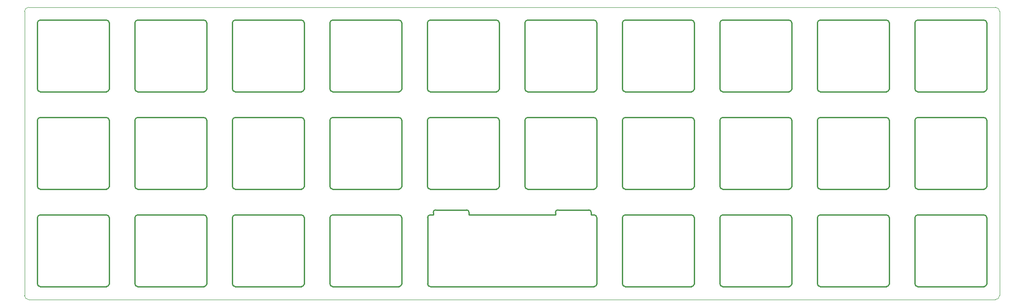
<source format=gbr>
G04 #@! TF.GenerationSoftware,KiCad,Pcbnew,(5.1.4)-1*
G04 #@! TF.CreationDate,2020-11-05T19:12:25-08:00*
G04 #@! TF.ProjectId,plate,706c6174-652e-46b6-9963-61645f706362,rev?*
G04 #@! TF.SameCoordinates,Original*
G04 #@! TF.FileFunction,Profile,NP*
%FSLAX46Y46*%
G04 Gerber Fmt 4.6, Leading zero omitted, Abs format (unit mm)*
G04 Created by KiCad (PCBNEW (5.1.4)-1) date 2020-11-05 19:12:25*
%MOMM*%
%LPD*%
G04 APERTURE LIST*
%ADD10C,0.250000*%
%ADD11C,0.050000*%
G04 APERTURE END LIST*
D10*
X111275000Y-16500000D02*
X111275000Y-29500000D01*
X130325000Y-16500000D02*
G75*
G02X130825000Y-16000000I500000J0D01*
G01*
X144325000Y-29500000D02*
G75*
G02X143825000Y-30000000I-500000J0D01*
G01*
X105725000Y-16000000D02*
X92725000Y-16000000D01*
X92225000Y-16500000D02*
G75*
G02X92725000Y-16000000I500000J0D01*
G01*
X87175000Y-29500000D02*
X87175000Y-16500000D01*
X125274999Y-29500000D02*
X125274999Y-16500000D01*
X73175000Y-16500000D02*
X73175000Y-29500000D01*
X149875000Y-30000000D02*
G75*
G02X149375000Y-29500000I0J500000D01*
G01*
X130325000Y-16500000D02*
X130325000Y-29500000D01*
X143825000Y-16000000D02*
X130825000Y-16000000D01*
X130825000Y-30000000D02*
G75*
G02X130325000Y-29500000I0J500000D01*
G01*
X92725000Y-30000000D02*
G75*
G02X92225000Y-29500000I0J500000D01*
G01*
X144325000Y-29500000D02*
X144325000Y-16500000D01*
X124774999Y-16000000D02*
G75*
G02X125274999Y-16500000I0J-500000D01*
G01*
X111275000Y-16500000D02*
G75*
G02X111775000Y-16000000I500000J0D01*
G01*
X106225000Y-29500000D02*
G75*
G02X105725000Y-30000000I-500000J0D01*
G01*
X130825000Y-30000000D02*
X143825000Y-30000000D01*
X124774999Y-16000000D02*
X111775000Y-16000000D01*
X125274999Y-29500000D02*
G75*
G02X124774999Y-30000000I-500000J0D01*
G01*
X111775000Y-30000000D02*
G75*
G02X111275000Y-29500000I0J500000D01*
G01*
X92725000Y-30000000D02*
X105725000Y-30000000D01*
X105725000Y-16000000D02*
G75*
G02X106225000Y-16500000I0J-500000D01*
G01*
X111775000Y-30000000D02*
X124774999Y-30000000D01*
X106225000Y-29500000D02*
X106225000Y-16500000D01*
X162875000Y-16000000D02*
G75*
G02X163375000Y-16500000I0J-500000D01*
G01*
X163375000Y-29500000D02*
G75*
G02X162875000Y-30000000I-500000J0D01*
G01*
X92225000Y-16500000D02*
X92225000Y-29500000D01*
X143825000Y-16000000D02*
G75*
G02X144325000Y-16500000I0J-500000D01*
G01*
X30025000Y-67600000D02*
G75*
G02X29525000Y-68100000I-500000J0D01*
G01*
X168425000Y-35550000D02*
X168425000Y-48550000D01*
X16525000Y-68100000D02*
X29525000Y-68100000D01*
X16025000Y-54600000D02*
G75*
G02X16525000Y-54100000I500000J0D01*
G01*
X200975000Y-35050000D02*
X187975000Y-35050000D01*
X200975000Y-35050000D02*
G75*
G02X201475000Y-35550000I0J-500000D01*
G01*
X181925000Y-35050000D02*
G75*
G02X182425000Y-35550000I0J-500000D01*
G01*
X16525000Y-68100000D02*
G75*
G02X16025000Y-67600000I0J500000D01*
G01*
X187975000Y-49050000D02*
X200975000Y-49050000D01*
X201475000Y-48550000D02*
G75*
G02X200975000Y-49050000I-500000J0D01*
G01*
X187475000Y-35550000D02*
X187475000Y-48550000D01*
X187475000Y-35550000D02*
G75*
G02X187975000Y-35050000I500000J0D01*
G01*
X201475000Y-48550000D02*
X201475000Y-35550000D01*
X168925000Y-49050000D02*
X181925000Y-49050000D01*
X168425000Y-35550000D02*
G75*
G02X168925000Y-35050000I500000J0D01*
G01*
X182425000Y-48550000D02*
X182425000Y-35550000D01*
X29525000Y-54100000D02*
X16525000Y-54100000D01*
X187975000Y-49050000D02*
G75*
G02X187475000Y-48550000I0J500000D01*
G01*
X181925000Y-35050000D02*
X168925000Y-35050000D01*
X29525000Y-54100000D02*
G75*
G02X30025000Y-54600000I0J-500000D01*
G01*
X163375000Y-67600000D02*
X163375000Y-54600000D01*
X149375000Y-54600000D02*
G75*
G02X149875000Y-54100000I500000J0D01*
G01*
X200975000Y-54100000D02*
X187975000Y-54100000D01*
X201475000Y-67600000D02*
G75*
G02X200975000Y-68100000I-500000J0D01*
G01*
X187475000Y-54600000D02*
X187475000Y-67600000D01*
X168425000Y-54600000D02*
X168425000Y-67600000D01*
X162875000Y-54100000D02*
G75*
G02X163375000Y-54600000I0J-500000D01*
G01*
X149875000Y-68100000D02*
G75*
G02X149375000Y-67600000I0J500000D01*
G01*
X168925000Y-68100000D02*
X181925000Y-68100000D01*
X181925000Y-54100000D02*
G75*
G02X182425000Y-54600000I0J-500000D01*
G01*
X168425000Y-54600000D02*
G75*
G02X168925000Y-54100000I500000J0D01*
G01*
X163375000Y-67600000D02*
G75*
G02X162875000Y-68100000I-500000J0D01*
G01*
X182425000Y-67600000D02*
G75*
G02X181925000Y-68100000I-500000J0D01*
G01*
X182425000Y-67600000D02*
X182425000Y-54600000D01*
X168925000Y-68100000D02*
G75*
G02X168425000Y-67600000I0J500000D01*
G01*
X149875000Y-68100000D02*
X162875000Y-68100000D01*
X162875000Y-54100000D02*
X149875000Y-54100000D01*
X187475000Y-54600000D02*
G75*
G02X187975000Y-54100000I500000J0D01*
G01*
X187975000Y-68100000D02*
G75*
G02X187475000Y-67600000I0J500000D01*
G01*
X144325000Y-67600000D02*
X144325000Y-54600000D01*
X201475000Y-67600000D02*
X201475000Y-54600000D01*
X187975000Y-68100000D02*
X200975000Y-68100000D01*
X200975000Y-54100000D02*
G75*
G02X201475000Y-54600000I0J-500000D01*
G01*
X181925000Y-54100000D02*
X168925000Y-54100000D01*
X149375000Y-54600000D02*
X149375000Y-67600000D01*
X130325000Y-54600000D02*
X130325000Y-67600000D01*
X93837000Y-68100000D02*
X99837000Y-68100000D01*
X117713000Y-68100000D02*
X123713000Y-68100000D01*
X99837000Y-53100000D02*
X93837000Y-53100000D01*
X117213000Y-53600000D02*
X117213000Y-54100000D01*
X99837000Y-68100000D02*
X102275000Y-68100000D01*
X92750001Y-68100000D02*
X93837000Y-68100000D01*
X130825000Y-68100000D02*
G75*
G02X130325000Y-67600000I0J500000D01*
G01*
X93337000Y-53600000D02*
G75*
G02X93837000Y-53100000I500000J0D01*
G01*
X93337000Y-53600000D02*
X93337000Y-54100000D01*
X100337000Y-54100000D02*
X100337000Y-53600000D01*
X99837000Y-53100000D02*
G75*
G02X100337000Y-53600000I0J-500000D01*
G01*
X143825000Y-54100000D02*
X130825000Y-54100000D01*
X130825000Y-68100000D02*
X143825000Y-68100000D01*
X123713000Y-53100000D02*
X117713000Y-53100000D01*
X111800000Y-54100000D02*
X105750000Y-54100000D01*
X130325000Y-54600000D02*
G75*
G02X130825000Y-54100000I500000J0D01*
G01*
X123713000Y-68100000D02*
X124800000Y-68100000D01*
X124213000Y-54100000D02*
X124213000Y-53600000D01*
X123713000Y-53100000D02*
G75*
G02X124213000Y-53600000I0J-500000D01*
G01*
X92250001Y-54600000D02*
X92250001Y-67600000D01*
X102275000Y-54100000D02*
X100337000Y-54100000D01*
X93337000Y-54100000D02*
X92750001Y-54100000D01*
X92750001Y-68100000D02*
G75*
G02X92250001Y-67600000I0J500000D01*
G01*
X92250001Y-54600000D02*
G75*
G02X92750001Y-54100000I500000J0D01*
G01*
X117213000Y-53600000D02*
G75*
G02X117713000Y-53100000I500000J0D01*
G01*
X105750000Y-68100000D02*
X111800000Y-68100000D01*
X102275000Y-68100000D02*
X105750000Y-68100000D01*
X125300000Y-67600000D02*
X125300000Y-54600000D01*
X115275000Y-68100000D02*
X117713000Y-68100000D01*
X105750000Y-54100000D02*
X102275000Y-54100000D01*
X143825000Y-54100000D02*
G75*
G02X144325000Y-54600000I0J-500000D01*
G01*
X144325000Y-67600000D02*
G75*
G02X143825000Y-68100000I-500000J0D01*
G01*
X48575000Y-54100000D02*
X35575000Y-54100000D01*
X35575000Y-68100000D02*
G75*
G02X35075000Y-67600000I0J500000D01*
G01*
X54625000Y-68100000D02*
G75*
G02X54125000Y-67600000I0J500000D01*
G01*
X35575000Y-68100000D02*
X48575000Y-68100000D01*
X86675000Y-54100000D02*
G75*
G02X87175000Y-54600000I0J-500000D01*
G01*
X54125000Y-54600000D02*
X54125000Y-67600000D01*
X68125000Y-67600000D02*
X68125000Y-54600000D01*
X67625000Y-54100000D02*
X54625000Y-54100000D01*
X16025000Y-54600000D02*
X16025000Y-67600000D01*
X48575000Y-54100000D02*
G75*
G02X49075000Y-54600000I0J-500000D01*
G01*
X67625000Y-54100000D02*
G75*
G02X68125000Y-54600000I0J-500000D01*
G01*
X54625000Y-68100000D02*
X67625000Y-68100000D01*
X30025000Y-67600000D02*
X30025000Y-54600000D01*
X49075000Y-67600000D02*
G75*
G02X48575000Y-68100000I-500000J0D01*
G01*
X54125000Y-54600000D02*
G75*
G02X54625000Y-54100000I500000J0D01*
G01*
X111800000Y-68100000D02*
X115275000Y-68100000D01*
X117213000Y-54100000D02*
X115275000Y-54100000D01*
X115275000Y-54100000D02*
X111800000Y-54100000D01*
X73675000Y-68100000D02*
X86675000Y-68100000D01*
X73675000Y-68100000D02*
G75*
G02X73175000Y-67600000I0J500000D01*
G01*
X87175000Y-67600000D02*
G75*
G02X86675000Y-68100000I-500000J0D01*
G01*
X124800000Y-54100000D02*
X124213000Y-54100000D01*
X125300000Y-67600000D02*
G75*
G02X124800000Y-68100000I-500000J0D01*
G01*
X49075000Y-67600000D02*
X49075000Y-54600000D01*
X35075000Y-54600000D02*
G75*
G02X35575000Y-54100000I500000J0D01*
G01*
X124800000Y-54100000D02*
G75*
G02X125300000Y-54600000I0J-500000D01*
G01*
X73175000Y-54600000D02*
X73175000Y-67600000D01*
X68125000Y-67600000D02*
G75*
G02X67625000Y-68100000I-500000J0D01*
G01*
X87175000Y-67600000D02*
X87175000Y-54600000D01*
X86675000Y-54100000D02*
X73675000Y-54100000D01*
X73175000Y-54600000D02*
G75*
G02X73675000Y-54100000I500000J0D01*
G01*
X35075000Y-54600000D02*
X35075000Y-67600000D01*
X49075000Y-48550000D02*
G75*
G02X48575000Y-49050000I-500000J0D01*
G01*
X73675000Y-49050000D02*
G75*
G02X73175000Y-48550000I0J500000D01*
G01*
X54625000Y-49050000D02*
X67625000Y-49050000D01*
X92725000Y-49050000D02*
G75*
G02X92225000Y-48550000I0J500000D01*
G01*
X73175000Y-35550000D02*
X73175000Y-48550000D01*
X86675000Y-35050000D02*
G75*
G02X87175000Y-35550000I0J-500000D01*
G01*
X54125000Y-35550000D02*
X54125000Y-48550000D01*
X73175000Y-35550000D02*
G75*
G02X73675000Y-35050000I500000J0D01*
G01*
X68125000Y-48550000D02*
X68125000Y-35550000D01*
X87175000Y-48550000D02*
X87175000Y-35550000D01*
X54125000Y-35550000D02*
G75*
G02X54625000Y-35050000I500000J0D01*
G01*
X48575000Y-35050000D02*
X35575000Y-35050000D01*
X48575000Y-35050000D02*
G75*
G02X49075000Y-35550000I0J-500000D01*
G01*
X35075000Y-35550000D02*
G75*
G02X35575000Y-35050000I500000J0D01*
G01*
X67625000Y-35050000D02*
X54625000Y-35050000D01*
X68125000Y-48550000D02*
G75*
G02X67625000Y-49050000I-500000J0D01*
G01*
X86675000Y-35050000D02*
X73675000Y-35050000D01*
X73675000Y-49050000D02*
X86675000Y-49050000D01*
X67625000Y-35050000D02*
G75*
G02X68125000Y-35550000I0J-500000D01*
G01*
X54625000Y-49050000D02*
G75*
G02X54125000Y-48550000I0J500000D01*
G01*
X35075000Y-35550000D02*
X35075000Y-48550000D01*
X35575000Y-49050000D02*
X48575000Y-49050000D01*
X35575000Y-49050000D02*
G75*
G02X35075000Y-48550000I0J500000D01*
G01*
X49075000Y-48550000D02*
X49075000Y-35550000D01*
X106225000Y-48550000D02*
G75*
G02X105725000Y-49050000I-500000J0D01*
G01*
X87175000Y-48550000D02*
G75*
G02X86675000Y-49050000I-500000J0D01*
G01*
X105725000Y-35050000D02*
X92725000Y-35050000D01*
X130825000Y-49050000D02*
X143825000Y-49050000D01*
X168925000Y-49050000D02*
G75*
G02X168425000Y-48550000I0J500000D01*
G01*
X124774999Y-35050000D02*
G75*
G02X125274999Y-35550000I0J-500000D01*
G01*
X163375000Y-48550000D02*
X163375000Y-35550000D01*
X163375000Y-48550000D02*
G75*
G02X162875000Y-49050000I-500000J0D01*
G01*
X143825000Y-35050000D02*
G75*
G02X144325000Y-35550000I0J-500000D01*
G01*
X105725000Y-35050000D02*
G75*
G02X106225000Y-35550000I0J-500000D01*
G01*
X130325000Y-35550000D02*
X130325000Y-48550000D01*
X144325000Y-48550000D02*
G75*
G02X143825000Y-49050000I-500000J0D01*
G01*
X144325000Y-48550000D02*
X144325000Y-35550000D01*
X125274999Y-48550000D02*
G75*
G02X124774999Y-49050000I-500000J0D01*
G01*
X125274999Y-48550000D02*
X125274999Y-35550000D01*
X92225000Y-35550000D02*
G75*
G02X92725000Y-35050000I500000J0D01*
G01*
X149875000Y-49050000D02*
G75*
G02X149375000Y-48550000I0J500000D01*
G01*
X143825000Y-35050000D02*
X130825000Y-35050000D01*
X92725000Y-49050000D02*
X105725000Y-49050000D01*
X130325000Y-35550000D02*
G75*
G02X130825000Y-35050000I500000J0D01*
G01*
X182425000Y-48550000D02*
G75*
G02X181925000Y-49050000I-500000J0D01*
G01*
X162875000Y-35050000D02*
X149875000Y-35050000D01*
X111275000Y-35550000D02*
G75*
G02X111775000Y-35050000I500000J0D01*
G01*
X149375000Y-35550000D02*
X149375000Y-48550000D01*
X111275000Y-35550000D02*
X111275000Y-48550000D01*
X149875000Y-49050000D02*
X162875000Y-49050000D01*
X149375000Y-35550000D02*
G75*
G02X149875000Y-35050000I500000J0D01*
G01*
X111775000Y-49050000D02*
G75*
G02X111275000Y-48550000I0J500000D01*
G01*
X162875000Y-35050000D02*
G75*
G02X163375000Y-35550000I0J-500000D01*
G01*
X124774999Y-35050000D02*
X111775000Y-35050000D01*
X106225000Y-48550000D02*
X106225000Y-35550000D01*
X111775000Y-49050000D02*
X124774999Y-49050000D01*
X130825000Y-49050000D02*
G75*
G02X130325000Y-48550000I0J500000D01*
G01*
X92225000Y-35550000D02*
X92225000Y-48550000D01*
X168925000Y-30000000D02*
G75*
G02X168425000Y-29500000I0J500000D01*
G01*
X149375000Y-16500000D02*
G75*
G02X149875000Y-16000000I500000J0D01*
G01*
X200975000Y-16000000D02*
X187975000Y-16000000D01*
X149375000Y-16500000D02*
X149375000Y-29500000D01*
X201475000Y-29500000D02*
G75*
G02X200975000Y-30000000I-500000J0D01*
G01*
X187975000Y-30000000D02*
G75*
G02X187475000Y-29500000I0J500000D01*
G01*
X200975000Y-16000000D02*
G75*
G02X201475000Y-16500000I0J-500000D01*
G01*
X181925000Y-16000000D02*
X168925000Y-16000000D01*
X201475000Y-29500000D02*
X201475000Y-16500000D01*
X162875000Y-16000000D02*
X149875000Y-16000000D01*
X168425000Y-16500000D02*
X168425000Y-29500000D01*
X182425000Y-29500000D02*
X182425000Y-16500000D01*
X149875000Y-30000000D02*
X162875000Y-30000000D01*
X29525000Y-35050000D02*
X16525000Y-35050000D01*
X187475000Y-16500000D02*
X187475000Y-29500000D01*
X187475000Y-16500000D02*
G75*
G02X187975000Y-16000000I500000J0D01*
G01*
X187975000Y-30000000D02*
X200975000Y-30000000D01*
X16025000Y-35550000D02*
X16025000Y-48550000D01*
X30025000Y-48550000D02*
X30025000Y-35550000D01*
X16525000Y-49050000D02*
X29525000Y-49050000D01*
X16025000Y-35550000D02*
G75*
G02X16525000Y-35050000I500000J0D01*
G01*
X182425000Y-29500000D02*
G75*
G02X181925000Y-30000000I-500000J0D01*
G01*
X163375000Y-29500000D02*
X163375000Y-16500000D01*
X168925000Y-30000000D02*
X181925000Y-30000000D01*
X29525000Y-35050000D02*
G75*
G02X30025000Y-35550000I0J-500000D01*
G01*
X30025000Y-48550000D02*
G75*
G02X29525000Y-49050000I-500000J0D01*
G01*
X16525000Y-49050000D02*
G75*
G02X16025000Y-48550000I0J500000D01*
G01*
X168425000Y-16500000D02*
G75*
G02X168925000Y-16000000I500000J0D01*
G01*
X181925000Y-16000000D02*
G75*
G02X182425000Y-16500000I0J-500000D01*
G01*
X30025000Y-29500000D02*
X30025000Y-16500000D01*
X49075000Y-29500000D02*
X49075000Y-16500000D01*
X35575000Y-30000000D02*
G75*
G02X35075000Y-29500000I0J500000D01*
G01*
X73675000Y-30000000D02*
X86675000Y-30000000D01*
X73175000Y-16500000D02*
G75*
G02X73675000Y-16000000I500000J0D01*
G01*
X67625000Y-16000000D02*
G75*
G02X68125000Y-16500000I0J-500000D01*
G01*
X29525000Y-16000000D02*
X16525000Y-16000000D01*
X48575000Y-16000000D02*
X35575000Y-16000000D01*
X86675000Y-16000000D02*
G75*
G02X87175000Y-16500000I0J-500000D01*
G01*
X16025000Y-16500000D02*
X16025000Y-29500000D01*
X87175000Y-29500000D02*
G75*
G02X86675000Y-30000000I-500000J0D01*
G01*
X73675000Y-30000000D02*
G75*
G02X73175000Y-29500000I0J500000D01*
G01*
X54125000Y-16500000D02*
X54125000Y-29500000D01*
X16025000Y-16500000D02*
G75*
G02X16525000Y-16000000I500000J0D01*
G01*
X35075000Y-16500000D02*
X35075000Y-29500000D01*
X68125000Y-29500000D02*
X68125000Y-16500000D01*
X54125000Y-16500000D02*
G75*
G02X54625000Y-16000000I500000J0D01*
G01*
X67625000Y-16000000D02*
X54625000Y-16000000D01*
X35575000Y-30000000D02*
X48575000Y-30000000D01*
X68125000Y-29500000D02*
G75*
G02X67625000Y-30000000I-500000J0D01*
G01*
X16525000Y-30000000D02*
X29525000Y-30000000D01*
X54625000Y-30000000D02*
G75*
G02X54125000Y-29500000I0J500000D01*
G01*
X48575000Y-16000000D02*
G75*
G02X49075000Y-16500000I0J-500000D01*
G01*
X54625000Y-30000000D02*
X67625000Y-30000000D01*
X35075000Y-16500000D02*
G75*
G02X35575000Y-16000000I500000J0D01*
G01*
X49075000Y-29500000D02*
G75*
G02X48575000Y-30000000I-500000J0D01*
G01*
X30025000Y-29500000D02*
G75*
G02X29525000Y-30000000I-500000J0D01*
G01*
X29525000Y-16000000D02*
G75*
G02X30025000Y-16500000I0J-500000D01*
G01*
X16525000Y-30000000D02*
G75*
G02X16025000Y-29500000I0J500000D01*
G01*
X86675000Y-16000000D02*
X73675000Y-16000000D01*
D11*
X13493750Y-14287500D02*
X13493750Y-69850000D01*
X203200000Y-13493750D02*
X14287500Y-13493750D01*
X203993750Y-69850000D02*
X203993750Y-14287500D01*
X14287500Y-70643750D02*
X203200000Y-70643750D01*
X14287500Y-70643750D02*
G75*
G02X13493750Y-69850000I0J793750D01*
G01*
X13493750Y-14287500D02*
G75*
G02X14287500Y-13493750I793750J0D01*
G01*
X203200000Y-13493750D02*
G75*
G02X203993750Y-14287500I0J-793750D01*
G01*
X203993750Y-69850000D02*
G75*
G02X203200000Y-70643750I-793750J0D01*
G01*
M02*

</source>
